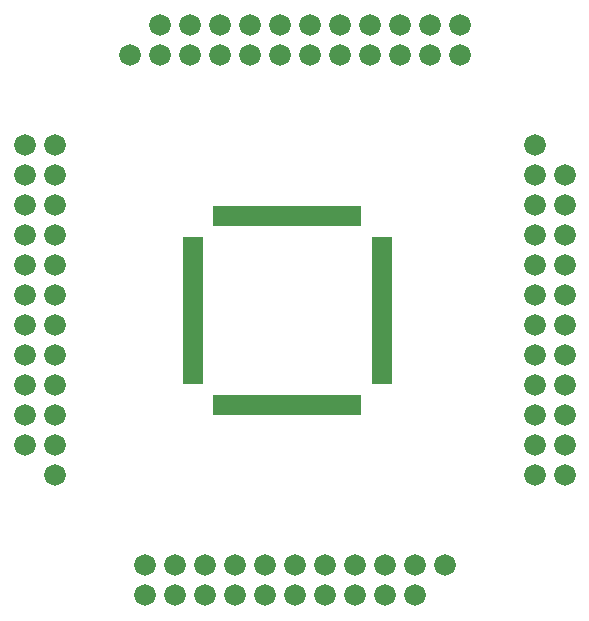
<source format=gts>
G75*
G70*
%OFA0B0*%
%FSLAX24Y24*%
%IPPOS*%
%LPD*%
%AMOC8*
5,1,8,0,0,1.08239X$1,22.5*
%
%ADD10R,0.0671X0.0198*%
%ADD11R,0.0198X0.0671*%
%ADD12C,0.0720*%
D10*
X006705Y008696D03*
X006705Y008893D03*
X006705Y009090D03*
X006705Y009287D03*
X006705Y009483D03*
X006705Y009680D03*
X006705Y009877D03*
X006705Y010074D03*
X006705Y010271D03*
X006705Y010468D03*
X006705Y010665D03*
X006705Y010861D03*
X006705Y011058D03*
X006705Y011255D03*
X006705Y011452D03*
X006705Y011649D03*
X006705Y011846D03*
X006705Y012043D03*
X006705Y012239D03*
X006705Y012436D03*
X006705Y012633D03*
X006705Y012830D03*
X006705Y013027D03*
X006705Y013224D03*
X006705Y013420D03*
X013004Y013420D03*
X013004Y013224D03*
X013004Y013027D03*
X013004Y012830D03*
X013004Y012633D03*
X013004Y012436D03*
X013004Y012239D03*
X013004Y012043D03*
X013004Y011846D03*
X013004Y011649D03*
X013004Y011452D03*
X013004Y011255D03*
X013004Y011058D03*
X013004Y010861D03*
X013004Y010665D03*
X013004Y010468D03*
X013004Y010271D03*
X013004Y010074D03*
X013004Y009877D03*
X013004Y009680D03*
X013004Y009483D03*
X013004Y009287D03*
X013004Y009090D03*
X013004Y008893D03*
X013004Y008696D03*
D11*
X012217Y007909D03*
X012020Y007909D03*
X011823Y007909D03*
X011626Y007909D03*
X011430Y007909D03*
X011233Y007909D03*
X011036Y007909D03*
X010839Y007909D03*
X010642Y007909D03*
X010445Y007909D03*
X010248Y007909D03*
X010052Y007909D03*
X009855Y007909D03*
X009658Y007909D03*
X009461Y007909D03*
X009264Y007909D03*
X009067Y007909D03*
X008870Y007909D03*
X008674Y007909D03*
X008477Y007909D03*
X008280Y007909D03*
X008083Y007909D03*
X007886Y007909D03*
X007689Y007909D03*
X007493Y007909D03*
X007493Y014208D03*
X007689Y014208D03*
X007886Y014208D03*
X008083Y014208D03*
X008280Y014208D03*
X008477Y014208D03*
X008674Y014208D03*
X008870Y014208D03*
X009067Y014208D03*
X009264Y014208D03*
X009461Y014208D03*
X009658Y014208D03*
X009855Y014208D03*
X010052Y014208D03*
X010248Y014208D03*
X010445Y014208D03*
X010642Y014208D03*
X010839Y014208D03*
X011036Y014208D03*
X011233Y014208D03*
X011430Y014208D03*
X011626Y014208D03*
X011823Y014208D03*
X012020Y014208D03*
X012217Y014208D03*
D12*
X005105Y001558D03*
X006105Y001558D03*
X006105Y002558D03*
X005105Y002558D03*
X007105Y002558D03*
X007105Y001558D03*
X008105Y001558D03*
X008105Y002558D03*
X009105Y002558D03*
X009105Y001558D03*
X010105Y001558D03*
X010105Y002558D03*
X011105Y002558D03*
X011105Y001558D03*
X012105Y001558D03*
X012105Y002558D03*
X013105Y002558D03*
X013105Y001558D03*
X014105Y001558D03*
X014105Y002558D03*
X015105Y002558D03*
X018105Y005558D03*
X018105Y006558D03*
X019105Y006558D03*
X019105Y005558D03*
X019105Y007558D03*
X019105Y008558D03*
X019105Y009558D03*
X019105Y010558D03*
X019105Y011558D03*
X019105Y012558D03*
X019105Y013558D03*
X019105Y014558D03*
X019105Y015558D03*
X018105Y015558D03*
X018105Y014558D03*
X018105Y013558D03*
X018105Y012558D03*
X018105Y011558D03*
X018105Y010558D03*
X018105Y009558D03*
X018105Y008558D03*
X018105Y007558D03*
X018105Y016558D03*
X015605Y019558D03*
X015605Y020558D03*
X014605Y020558D03*
X013605Y020558D03*
X013605Y019558D03*
X014605Y019558D03*
X012605Y019558D03*
X011605Y019558D03*
X011605Y020558D03*
X012605Y020558D03*
X010605Y020558D03*
X009605Y020558D03*
X009605Y019558D03*
X010605Y019558D03*
X008605Y019558D03*
X007605Y019558D03*
X007605Y020558D03*
X008605Y020558D03*
X006605Y020558D03*
X005605Y020558D03*
X005605Y019558D03*
X006605Y019558D03*
X004605Y019558D03*
X002105Y016558D03*
X002105Y015558D03*
X002105Y014558D03*
X002105Y013558D03*
X002105Y012558D03*
X002105Y011558D03*
X002105Y010558D03*
X002105Y009558D03*
X002105Y008558D03*
X002105Y007558D03*
X002105Y006558D03*
X002105Y005558D03*
X001105Y006558D03*
X001105Y007558D03*
X001105Y008558D03*
X001105Y009558D03*
X001105Y010558D03*
X001105Y011558D03*
X001105Y012558D03*
X001105Y013558D03*
X001105Y014558D03*
X001105Y015558D03*
X001105Y016558D03*
M02*

</source>
